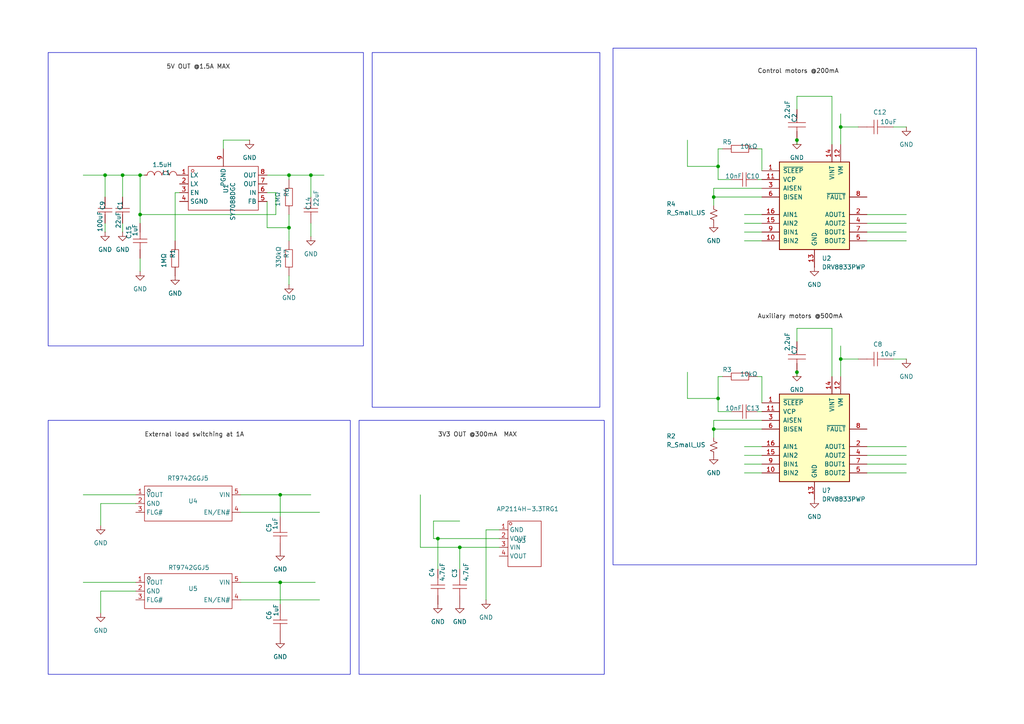
<source format=kicad_sch>
(kicad_sch (version 20250114) (generator "eeschema") (generator_version "9.0")
  (paper "A4")
  (lib_symbols
    (symbol "Component Importer-altium-import:root_0_0603WAF1002T5E_" (pin_numbers (hide yes)) (pin_names (hide yes))
      (symbol "root_0_0603WAF1002T5E__1_0"
        (pin passive line (at -5.08 0 0) (length 2.54) (name "1") (number "1"))
        (pin passive line (at 5.08 0 180) (length 2.54) (name "2") (number "2"))
      )
    )
    (symbol "Component Importer-altium-import:root_0_0603WAF3303T5E_" (pin_numbers (hide yes)) (pin_names (hide yes))
      (symbol "root_0_0603WAF3303T5E__1_0"
        (pin passive line (at -5.08 0 0) (length 2.54) (name "1") (number "1"))
        (pin passive line (at 5.08 0 180) (length 2.54) (name "2") (number "2"))
      )
    )
    (symbol "Component Importer-altium-import:root_0_0805W8F1004T5E_" (pin_numbers (hide yes)) (pin_names (hide yes))
      (symbol "root_0_0805W8F1004T5E__1_0"
        (pin passive line (at -5.08 0 0) (length 2.54) (name "1") (number "1"))
        (pin passive line (at 5.08 0 180) (length 2.54) (name "2") (number "2"))
      )
    )
    (symbol "Component Importer-altium-import:root_0_AP2114H-3.3TRG1_"
      (symbol "root_0_AP2114H-3.3TRG1__1_0"
        (pin passive line (at -5.08 3.81 0) (length 2.54) (name "GND") (number "1"))
        (pin passive line (at -5.08 1.27 0) (length 2.54) (name "VOUT") (number "2"))
        (pin passive line (at -5.08 -1.27 0) (length 2.54) (name "VIN") (number "3"))
        (pin passive line (at -5.08 -3.81 0) (length 2.54) (name "VOUT") (number "4"))
      )
    )
    (symbol "Component Importer-altium-import:root_0_CL05A225MQ5NSNC_" (pin_numbers (hide yes)) (pin_names (hide yes))
      (symbol "root_0_CL05A225MQ5NSNC__1_0"
        (pin passive line (at -5.08 0 0) (length 2.54) (name "1") (number "1"))
        (pin passive line (at 3.81 0 180) (length 2.54) (name "2") (number "2"))
      )
    )
    (symbol "Component Importer-altium-import:root_0_CL05B103KB5NNNC_" (pin_numbers (hide yes)) (pin_names (hide yes))
      (symbol "root_0_CL05B103KB5NNNC__1_0"
        (pin passive line (at -3.81 0 0) (length 2.54) (name "1") (number "1"))
        (pin passive line (at 3.81 0 180) (length 2.54) (name "2") (number "2"))
      )
    )
    (symbol "Component Importer-altium-import:root_0_CL10A105KB8NNNC_" (pin_numbers (hide yes)) (pin_names (hide yes))
      (symbol "root_0_CL10A105KB8NNNC__1_0"
        (pin passive line (at -5.08 0 0) (length 2.54) (name "1") (number "1"))
        (pin passive line (at 5.08 0 180) (length 2.54) (name "2") (number "2"))
      )
    )
    (symbol "Component Importer-altium-import:root_0_CL10A475KO8NNNC_" (pin_numbers (hide yes)) (pin_names (hide yes))
      (symbol "root_0_CL10A475KO8NNNC__1_0"
        (pin passive line (at -5.08 0 0) (length 2.54) (name "1") (number "1"))
        (pin passive line (at 5.08 0 180) (length 2.54) (name "2") (number "2"))
      )
    )
    (symbol "Component Importer-altium-import:root_0_CL21A106KAYNNNE_C15850_" (pin_numbers (hide yes)) (pin_names (hide yes))
      (symbol "root_0_CL21A106KAYNNNE_C15850__1_0"
        (pin passive line (at -5.08 0 0) (length 2.54) (name "1") (number "1"))
        (pin passive line (at 5.08 0 180) (length 2.54) (name "2") (number "2"))
      )
    )
    (symbol "Component Importer-altium-import:root_0_CL31A107MQHNNNE_" (pin_numbers (hide yes)) (pin_names (hide yes))
      (symbol "root_0_CL31A107MQHNNNE__1_0"
        (pin passive line (at -3.81 0 0) (length 2.54) (name "1") (number "1"))
        (pin passive line (at 3.81 0 180) (length 2.54) (name "2") (number "2"))
      )
    )
    (symbol "Component Importer-altium-import:root_0_CL31A226KAHNNNE_" (pin_numbers (hide yes)) (pin_names (hide yes))
      (symbol "root_0_CL31A226KAHNNNE__1_0"
        (pin passive line (at -3.81 0 0) (length 2.54) (name "1") (number "1"))
        (pin passive line (at 3.81 0 180) (length 2.54) (name "2") (number "2"))
      )
    )
    (symbol "Component Importer-altium-import:root_0_RT9742GGJ5_"
      (symbol "root_0_RT9742GGJ5__1_0"
        (pin passive line (at -15.24 2.54 0) (length 2.54) (name "VOUT") (number "1"))
        (pin passive line (at -15.24 0 0) (length 2.54) (name "GND") (number "2"))
        (pin passive line (at -15.24 -2.54 0) (length 2.54) (name "FLG#") (number "3"))
        (pin passive line (at 15.24 2.54 180) (length 2.54) (name "VIN") (number "5"))
        (pin passive line (at 15.24 -2.54 180) (length 2.54) (name "EN/EN#") (number "4"))
      )
    )
    (symbol "Component Importer-altium-import:root_0_SWPA4020S1R5NT_" (pin_numbers (hide yes)) (pin_names (hide yes))
      (symbol "root_0_SWPA4020S1R5NT__1_0"
        (pin passive line (at -5.08 0.001 0) (length 0.762) (name "1") (number "1"))
        (pin passive line (at 5.08 0.001 180) (length 0.762) (name "2") (number "2"))
      )
    )
    (symbol "Component Importer-altium-import:root_0_SY7088DGC_"
      (symbol "root_0_SY7088DGC__1_0"
        (pin passive line (at -10.16 0 0) (length 5.08) (name "PGND") (number "9"))
        (pin passive line (at -2.54 12.7 270) (length 2.54) (name "OUT") (number "8"))
        (pin passive line (at -2.54 -12.7 90) (length 2.54) (name "LX") (number "1"))
        (pin passive line (at 0 12.7 270) (length 2.54) (name "OUT") (number "7"))
        (pin passive line (at 0 -12.7 90) (length 2.54) (name "LX") (number "2"))
        (pin passive line (at 2.54 12.7 270) (length 2.54) (name "IN") (number "6"))
        (pin passive line (at 2.54 -12.7 90) (length 2.54) (name "EN") (number "3"))
        (pin passive line (at 5.08 12.7 270) (length 2.54) (name "FB") (number "5"))
        (pin passive line (at 5.08 -12.7 90) (length 2.54) (name "SGND") (number "4"))
      )
    )
    (symbol "Device:R_Small_US" (pin_numbers (hide yes)) (pin_names (offset 0.254) (hide yes))
      (property "Reference" "R" (at 0.762 0.508 0))
      (property "Value" "R_Small_US" (at 0.762 -1.016 0))
      (symbol "R_Small_US_1_1"
        (pin passive line (at 0 2.54 270) (length 1.016) (name "~") (number "1"))
        (pin passive line (at 0 -2.54 90) (length 1.016) (name "~") (number "2"))
      )
    )
    (symbol "Driver_Motor:DRV8833PWP" (pin_names (offset 1.016))
      (property "Reference" "U" (at -3.81 16.51 0))
      (property "Value" "DRV8833PWP" (at -3.81 13.97 0))
      (symbol "DRV8833PWP_1_1"
        (pin input line (at -15.24 10.16 0) (length 5.08) (name "~{SLEEP}") (number "1"))
        (pin bidirectional line (at -15.24 7.62 0) (length 5.08) (name "VCP") (number "11"))
        (pin bidirectional line (at -15.24 5.08 0) (length 5.08) (name "AISEN") (number "3"))
        (pin bidirectional line (at -15.24 2.54 0) (length 5.08) (name "BISEN") (number "6"))
        (pin input line (at -15.24 -2.54 0) (length 5.08) (name "AIN1") (number "16"))
        (pin input line (at -15.24 -5.08 0) (length 5.08) (name "AIN2") (number "15"))
        (pin input line (at -15.24 -7.62 0) (length 5.08) (name "BIN1") (number "9"))
        (pin input line (at -15.24 -10.16 0) (length 5.08) (name "BIN2") (number "10"))
        (pin power_in line (at 0 -17.78 90) (length 5.08) (name "GND") (number "13"))
        (pin passive line (at 0 -17.78 90) (length 5.08) (hide yes) (name "GND") (number "17"))
        (pin power_in line (at 5.08 17.78 270) (length 5.08) (name "VINT") (number "14"))
        (pin power_in line (at 7.62 17.78 270) (length 5.08) (name "VM") (number "12"))
        (pin open_collector line (at 15.24 2.54 180) (length 5.08) (name "~{FAULT}") (number "8"))
        (pin power_out line (at 15.24 -2.54 180) (length 5.08) (name "AOUT1") (number "2"))
        (pin power_out line (at 15.24 -5.08 180) (length 5.08) (name "AOUT2") (number "4"))
        (pin power_out line (at 15.24 -7.62 180) (length 5.08) (name "BOUT1") (number "7"))
        (pin power_out line (at 15.24 -10.16 180) (length 5.08) (name "BOUT2") (number "5"))
      )
    )
    (symbol "power:GND" (power) (pin_numbers (hide yes)) (pin_names (offset 0) (hide yes))
      (property "Value" "GND" (at 0 -3.81 0))
      (symbol "GND_1_1"
        (pin power_in line (at 0 0 270) (length 0) (name "~") (number "1"))
      )
    )
  )
  (rectangle (start 107.95 15.24) (end 173.99 118.11))
  (rectangle (start 104.14 121.92) (end 175.26 195.58))
  (rectangle (start 177.8 13.97) (end 283.21 163.83))
  (rectangle (start 13.97 15.24) (end 105.41 100.33))
  (rectangle (start 13.97 121.92) (end 101.6 195.58))
  (junction (at 208.28 48.26))
  (junction (at 40.64 50.8))
  (junction (at 81.28 143.51))
  (junction (at 127 156.21))
  (junction (at 243.84 104.14))
  (junction (at 35.56 50.8))
  (junction (at 231.14 107.95))
  (junction (at 40.64 62.23))
  (junction (at 243.84 36.83))
  (junction (at 133.35 158.75))
  (junction (at 83.82 50.8))
  (junction (at 83.82 66.04))
  (junction (at 90.17 50.8))
  (junction (at 81.28 168.91))
  (junction (at 208.28 115.57))
  (junction (at 207.01 57.15))
  (junction (at 30.48 50.8))
  (junction (at 231.14 40.64))
  (junction (at 207.01 124.46))
  (wire (pts (xy 35.56 50.8) (xy 35.56 57.15)))
  (wire (pts (xy 140.97 153.67) (xy 140.97 173.99)))
  (wire (pts (xy 121.92 158.75) (xy 133.35 158.75)))
  (wire (pts (xy 125.73 151.13) (xy 133.35 151.13)))
  (wire (pts (xy 30.48 50.8) (xy 35.56 50.8)))
  (wire (pts (xy 251.46 137.16) (xy 262.89 137.16)))
  (wire (pts (xy 39.37 171.45) (xy 29.21 171.45)))
  (wire (pts (xy 207.01 124.46) (xy 207.01 127)))
  (wire (pts (xy 77.47 55.88) (xy 80.01 55.88)))
  (wire (pts (xy 121.92 143.51) (xy 121.92 158.75)))
  (wire (pts (xy 199.39 48.26) (xy 199.39 40.64)))
  (wire (pts (xy 83.82 66.04) (xy 83.82 69.85)))
  (wire (pts (xy 220.98 129.54) (xy 215.9 129.54)))
  (wire (pts (xy 208.28 52.07) (xy 208.28 48.26)))
  (wire (pts (xy 30.48 67.31) (xy 30.48 64.77)))
  (wire (pts (xy 133.35 158.75) (xy 133.35 165.1)))
  (wire (pts (xy 39.37 146.05) (xy 29.21 146.05)))
  (wire (pts (xy 29.21 146.05) (xy 29.21 152.4)))
  (wire (pts (xy 77.47 50.8) (xy 83.82 50.8)))
  (wire (pts (xy 125.73 156.21) (xy 125.73 151.13)))
  (wire (pts (xy 262.89 104.14) (xy 259.08 104.14)))
  (wire (pts (xy 69.85 148.59) (xy 92.71 148.59)))
  (wire (pts (xy 251.46 69.85) (xy 262.89 69.85)))
  (wire (pts (xy 215.9 67.31) (xy 220.98 67.31)))
  (wire (pts (xy 207.01 121.92) (xy 207.01 124.46)))
  (wire (pts (xy 208.28 109.22) (xy 209.55 109.22)))
  (wire (pts (xy 215.9 134.62) (xy 220.98 134.62)))
  (wire (pts (xy 208.28 115.57) (xy 199.39 115.57)))
  (wire (pts (xy 251.46 129.54) (xy 262.89 129.54)))
  (wire (pts (xy 83.82 50.8) (xy 83.82 52.07)))
  (wire (pts (xy 243.84 33.02) (xy 243.84 36.83)))
  (wire (pts (xy 220.98 54.61) (xy 207.01 54.61)))
  (wire (pts (xy 40.64 50.8) (xy 41.91 50.8)))
  (wire (pts (xy 35.56 67.31) (xy 35.56 64.77)))
  (wire (pts (xy 208.28 119.38) (xy 208.28 115.57)))
  (wire (pts (xy 80.01 55.88) (xy 80.01 62.23)))
  (wire (pts (xy 81.28 168.91) (xy 91.44 168.91)))
  (wire (pts (xy 215.9 132.08) (xy 220.98 132.08)))
  (wire (pts (xy 262.89 36.83) (xy 259.08 36.83)))
  (wire (pts (xy 83.82 50.8) (xy 90.17 50.8)))
  (wire (pts (xy 215.9 137.16) (xy 220.98 137.16)))
  (wire (pts (xy 90.17 50.8) (xy 93.98 50.8)))
  (wire (pts (xy 127 156.21) (xy 127 165.1)))
  (wire (pts (xy 212.09 52.07) (xy 208.28 52.07)))
  (wire (pts (xy 231.14 40.64) (xy 231.14 41.91)))
  (wire (pts (xy 81.28 143.51) (xy 90.17 143.51)))
  (wire (pts (xy 243.84 36.83) (xy 248.92 36.83)))
  (wire (pts (xy 64.77 40.64) (xy 72.39 40.64)))
  (wire (pts (xy 40.64 50.8) (xy 40.64 62.23)))
  (wire (pts (xy 220.98 109.22) (xy 220.98 116.84)))
  (wire (pts (xy 219.71 119.38) (xy 220.98 119.38)))
  (wire (pts (xy 215.9 64.77) (xy 220.98 64.77)))
  (wire (pts (xy 83.82 62.23) (xy 83.82 66.04)))
  (wire (pts (xy 90.17 64.77) (xy 90.17 68.58)))
  (wire (pts (xy 208.28 43.18) (xy 208.28 48.26)))
  (wire (pts (xy 212.09 119.38) (xy 208.28 119.38)))
  (wire (pts (xy 133.35 158.75) (xy 144.78 158.75)))
  (wire (pts (xy 251.46 62.23) (xy 262.89 62.23)))
  (wire (pts (xy 90.17 50.8) (xy 90.17 57.15)))
  (wire (pts (xy 127 156.21) (xy 125.73 156.21)))
  (wire (pts (xy 215.9 69.85) (xy 220.98 69.85)))
  (wire (pts (xy 220.98 121.92) (xy 207.01 121.92)))
  (wire (pts (xy 30.48 50.8) (xy 30.48 57.15)))
  (wire (pts (xy 219.71 109.22) (xy 220.98 109.22)))
  (wire (pts (xy 77.47 66.04) (xy 83.82 66.04)))
  (wire (pts (xy 64.77 43.18) (xy 64.77 40.64)))
  (wire (pts (xy 69.85 173.99) (xy 92.71 173.99)))
  (wire (pts (xy 243.84 104.14) (xy 248.92 104.14)))
  (wire (pts (xy 24.13 50.8) (xy 30.48 50.8)))
  (wire (pts (xy 40.64 78.74) (xy 40.64 74.93)))
  (wire (pts (xy 24.13 143.51) (xy 39.37 143.51)))
  (wire (pts (xy 241.3 109.22) (xy 241.3 95.25)))
  (wire (pts (xy 69.85 143.51) (xy 81.28 143.51)))
  (wire (pts (xy 251.46 67.31) (xy 262.89 67.31)))
  (wire (pts (xy 208.28 109.22) (xy 208.28 115.57)))
  (wire (pts (xy 231.14 107.95) (xy 231.14 109.22)))
  (wire (pts (xy 220.98 43.18) (xy 220.98 49.53)))
  (wire (pts (xy 127 156.21) (xy 144.78 156.21)))
  (wire (pts (xy 241.3 95.25) (xy 231.14 95.25)))
  (wire (pts (xy 209.55 43.18) (xy 208.28 43.18)))
  (wire (pts (xy 207.01 54.61) (xy 207.01 57.15)))
  (wire (pts (xy 50.8 55.88) (xy 50.8 69.85)))
  (wire (pts (xy 40.64 62.23) (xy 40.64 64.77)))
  (wire (pts (xy 29.21 171.45) (xy 29.21 177.8)))
  (wire (pts (xy 35.56 50.8) (xy 40.64 50.8)))
  (wire (pts (xy 207.01 57.15) (xy 220.98 57.15)))
  (wire (pts (xy 243.84 104.14) (xy 243.84 109.22)))
  (wire (pts (xy 77.47 66.04) (xy 77.47 58.42)))
  (wire (pts (xy 52.07 55.88) (xy 50.8 55.88)))
  (wire (pts (xy 24.13 168.91) (xy 39.37 168.91)))
  (wire (pts (xy 251.46 134.62) (xy 262.89 134.62)))
  (wire (pts (xy 207.01 124.46) (xy 220.98 124.46)))
  (wire (pts (xy 199.39 115.57) (xy 199.39 107.95)))
  (wire (pts (xy 231.14 95.25) (xy 231.14 99.06)))
  (wire (pts (xy 80.01 62.23) (xy 40.64 62.23)))
  (wire (pts (xy 241.3 27.94) (xy 231.14 27.94)))
  (wire (pts (xy 208.28 48.26) (xy 199.39 48.26)))
  (wire (pts (xy 220.98 62.23) (xy 215.9 62.23)))
  (wire (pts (xy 231.14 27.94) (xy 231.14 31.75)))
  (wire (pts (xy 251.46 64.77) (xy 262.89 64.77)))
  (wire (pts (xy 243.84 100.33) (xy 243.84 104.14)))
  (wire (pts (xy 219.71 43.18) (xy 220.98 43.18)))
  (wire (pts (xy 251.46 132.08) (xy 262.89 132.08)))
  (wire (pts (xy 219.71 52.07) (xy 220.98 52.07)))
  (wire (pts (xy 243.84 36.83) (xy 243.84 41.91)))
  (wire (pts (xy 81.28 143.51) (xy 81.28 149.86)))
  (wire (pts (xy 241.3 41.91) (xy 241.3 27.94)))
  (wire (pts (xy 207.01 57.15) (xy 207.01 59.69)))
  (wire (pts (xy 83.82 82.55) (xy 83.82 80.01)))
  (wire (pts (xy 81.28 168.91) (xy 81.28 175.26)))
  (wire (pts (xy 144.78 153.67) (xy 140.97 153.67)))
  (wire (pts (xy 69.85 168.91) (xy 81.28 168.91)))
  (label "3V3 OUT @300mA  MAX" (at 127 127 0))
  (label "Control motors @200mA" (at 219.71 21.59 0))
  (label "5V OUT @1.5A MAX" (at 48.26 20.32 0))
  (label "Auxiliary motors @500mA" (at 219.71 92.71 0))
  (label "External load switching at 1A" (at 41.91 127 0))
  (symbol (lib_id "Component Importer-altium-import:root_0_CL21A106KAYNNNE_C15850_") (at 254 36.83 0) (unit 1)
    (property "Reference" "C12" (at 253.238 33.274 0) (effects (justify left bottom)))
    (property "Value" "10uF" (at 255.27 36.068 0) (effects (justify left bottom)))
    (property "Footprint" "C0805" (effects (hide yes)))
    (property "SYMBOL" "CL21A106KAYNNNE" (effects (hide yes)))
    (property "DEVICE" "CL21A106KAYNNNE_C15850" (effects (hide yes)))
    (property "LCSC PART NAME" "10uF ±10% 25V" (effects (hide yes)))
    (property "SUPPLIER PART" "C15850" (effects (hide yes)))
    (property "MANUFACTURER" "SAMSUNG(三星)" (effects (hide yes)))
    (property "MANUFACTURER PART" "CL21A106KAYNNNE" (effects (hide yes)))
    (property "SUPPLIER FOOTPRINT" "0805" (effects (hide yes)))
    (property "JLCPCB PART CLASS" "Basic Part" (effects (hide yes)))
    (property "DATASHEET" "https://atta.szlcsc.com/upload/public/pdf/source/20160218/1457707763339.pdf" (effects (hide yes)))
    (property "SUPPLIER" "LCSC" (effects (hide yes)))
    (property "ADD INTO BOM" "yes" (effects (hide yes)))
    (property "CONVERT TO PCB" "yes" (effects (hide yes)))
    (property "ALTIUM_VALUE" "10uF" (effects (hide yes)))
    (property "TOLERANCE" "±10%" (effects (hide yes)))
  )
  (symbol (lib_id "Component Importer-altium-import:root_0_RT9742GGJ5_") (at 54.61 146.05 0) (unit 1)
    (property "Reference" "U4" (at 54.61 146.05 0) (effects (justify left bottom)))
    (property "Value" "RT9742GGJ5" (at 48.514 139.446 0) (effects (justify left bottom)))
    (property "Footprint" "TSOT-23-5_L2.9-W1.6-P0.95-LS2.8-BR" (effects (hide yes)))
    (property "SYMBOL" "RT9742GGJ5" (effects (hide yes)))
    (property "DEVICE" "RT9742GGJ5" (effects (hide yes)))
    (property "LCSC PART NAME" "RT9742GGJ5" (effects (hide yes)))
    (property "SUPPLIER PART" "C250547" (effects (hide yes)))
    (property "MANUFACTURER" "RICHTEK(立锜)" (effects (hide yes)))
    (property "MANUFACTURER PART" "RT9742GGJ5" (effects (hide yes)))
    (property "SUPPLIER FOOTPRINT" "TSOT-23-5" (effects (hide yes)))
    (property "JLCPCB PART CLASS" "Extended Part" (effects (hide yes)))
    (property "DATASHEET" "https://atta.szlcsc.com/upload/public/pdf/source/20180814/C250547_E58B04562B5F7112C93017421383FC36.pdf" (effects (hide yes)))
    (property "SUPPLIER" "LCSC" (effects (hide yes)))
    (property "ADD INTO BOM" "yes" (effects (hide yes)))
    (property "CONVERT TO PCB" "yes" (effects (hide yes)))
    (property "NUMBER OF OUTPUTS" "1" (effects (hide yes)))
    (property "OUTPUT CURRENT" "1A" (effects (hide yes)))
    (property "INPUT VOLTAGE" "2.7V~6V" (effects (hide yes)))
    (property "RESISTOR ON-STATE" "70mΩ" (effects (hide yes)))
    (property "OPERATING TEMPERATURE	-" "-40℃~+85℃" (effects (hide yes)))
  )
  (symbol (lib_id "Component Importer-altium-import:root_0_RT9742GGJ5_") (at 54.61 171.45 0) (unit 1)
    (property "Reference" "U5" (at 54.61 171.45 0) (effects (justify left bottom)))
    (property "Value" "RT9742GGJ5" (at 48.768 165.354 0) (effects (justify left bottom)))
    (property "Footprint" "TSOT-23-5_L2.9-W1.6-P0.95-LS2.8-BR" (effects (hide yes)))
    (property "SYMBOL" "RT9742GGJ5" (effects (hide yes)))
    (property "DEVICE" "RT9742GGJ5" (effects (hide yes)))
    (property "LCSC PART NAME" "RT9742GGJ5" (effects (hide yes)))
    (property "SUPPLIER PART" "C250547" (effects (hide yes)))
    (property "MANUFACTURER" "RICHTEK(立锜)" (effects (hide yes)))
    (property "MANUFACTURER PART" "RT9742GGJ5" (effects (hide yes)))
    (property "SUPPLIER FOOTPRINT" "TSOT-23-5" (effects (hide yes)))
    (property "JLCPCB PART CLASS" "Extended Part" (effects (hide yes)))
    (property "DATASHEET" "https://atta.szlcsc.com/upload/public/pdf/source/20180814/C250547_E58B04562B5F7112C93017421383FC36.pdf" (effects (hide yes)))
    (property "SUPPLIER" "LCSC" (effects (hide yes)))
    (property "ADD INTO BOM" "yes" (effects (hide yes)))
    (property "CONVERT TO PCB" "yes" (effects (hide yes)))
    (property "NUMBER OF OUTPUTS" "1" (effects (hide yes)))
    (property "OUTPUT CURRENT" "1A" (effects (hide yes)))
    (property "INPUT VOLTAGE" "2.7V~6V" (effects (hide yes)))
    (property "RESISTOR ON-STATE" "70mΩ" (effects (hide yes)))
    (property "OPERATING TEMPERATURE	-" "-40℃~+85℃" (effects (hide yes)))
  )
  (symbol (lib_id "Component Importer-altium-import:root_0_CL10A105KB8NNNC_") (at 40.64 69.85 90) (unit 1)
    (property "Reference" "C15" (at 38.1 69.342 0) (effects (justify left bottom)))
    (property "Value" "1uF" (at 39.878 68.58 0) (effects (justify left bottom)))
    (property "Footprint" "C0603" (effects (hide yes)))
    (property "SYMBOL" "CL10A105KB8NNNC" (effects (hide yes)))
    (property "DEVICE" "CL10A105KB8NNNC" (effects (hide yes)))
    (property "LCSC PART NAME" "1uF ±10% 50V" (effects (hide yes)))
    (property "SUPPLIER PART" "C15849" (effects (hide yes)))
    (property "MANUFACTURER" "SAMSUNG(三星)" (effects (hide yes)))
    (property "MANUFACTURER PART" "CL10A105KB8NNNC" (effects (hide yes)))
    (property "SUPPLIER FOOTPRINT" "0603" (effects (hide yes)))
    (property "JLCPCB PART CLASS" "Basic Part" (effects (hide yes)))
    (property "DATASHEET" "https://atta.szlcsc.com/upload/public/pdf/source/20160218/1457707763339.pdf" (effects (hide yes)))
    (property "SUPPLIER" "LCSC" (effects (hide yes)))
    (property "ADD INTO BOM" "yes" (effects (hide yes)))
    (property "CONVERT TO PCB" "yes" (effects (hide yes)))
    (property "ALTIUM_VALUE" "1uF" (effects (hide yes)))
    (property "TOLERANCE" "±10%" (effects (hide yes)))
  )
  (symbol (lib_id "Component Importer-altium-import:root_0_SWPA4020S1R5NT_") (at 46.99 50.8 0) (unit 1)
    (property "Reference" "L1" (at 46.99 50.8 0) (effects (justify left bottom)))
    (property "Value" "1.5uH" (at 44.196 48.514 0) (effects (justify left bottom)))
    (property "Footprint" "IND-SMD_L4.0-W4.0" (effects (hide yes)))
    (property "SYMBOL" "SWPA4020S1R5NT" (effects (hide yes)))
    (property "DEVICE" "SWPA4020S1R5NT" (effects (hide yes)))
    (property "LCSC PART NAME" "1.5uH ±30% 4.45A" (effects (hide yes)))
    (property "SUPPLIER PART" "C42099" (effects (hide yes)))
    (property "MANUFACTURER" "Sunlord(顺络)" (effects (hide yes)))
    (property "MANUFACTURER PART" "SWPA4020S1R5NT" (effects (hide yes)))
    (property "SUPPLIER FOOTPRINT" "SMD,4x4mm" (effects (hide yes)))
    (property "JLCPCB PART CLASS" "Extended Part" (effects (hide yes)))
    (property "DATASHEET" "https://atta.szlcsc.com/upload/public/pdf/source/20231024/317626D2AA2F8AB4113C1875E432E6E1.pdf" (effects (hide yes)))
    (property "SUPPLIER" "LCSC" (effects (hide yes)))
    (property "ADD INTO BOM" "yes" (effects (hide yes)))
    (property "CONVERT TO PCB" "yes" (effects (hide yes)))
    (property "ALTIUM_VALUE" "1.5uH" (effects (hide yes)))
    (property "TOLERANCE" "±30%" (effects (hide yes)))
    (property "CURRENT - SATURATION(ISAT)" "4.45A" (effects (hide yes)))
    (property "TYPE" "-" (effects (hide yes)))
    (property "RATINGS" "-" (effects (hide yes)))
  )
  (symbol (lib_id "Component Importer-altium-import:root_0_CL31A107MQHNNNE_") (at 30.48 60.96 90) (unit 1)
    (property "Reference" "C9" (at 30.48 60.96 0) (effects (justify left bottom)))
    (property "Value" "100uF" (at 29.718 67.31 0) (effects (justify left bottom)))
    (property "Footprint" "C1206" (effects (hide yes)))
    (property "SYMBOL" "CL31A107MQHNNNE" (effects (hide yes)))
    (property "DEVICE" "CL31A107MQHNNNE" (effects (hide yes)))
    (property "LCSC PART NAME" "100uF ±20% 6.3V" (effects (hide yes)))
    (property "SUPPLIER PART" "C15008" (effects (hide yes)))
    (property "MANUFACTURER" "SAMSUNG(三星)" (effects (hide yes)))
    (property "MANUFACTURER PART" "CL31A107MQHNNNE" (effects (hide yes)))
    (property "SUPPLIER FOOTPRINT" "1206" (effects (hide yes)))
    (property "JLCPCB PART CLASS" "Basic Part" (effects (hide yes)))
    (property "DATASHEET" "https://atta.szlcsc.com/upload/public/pdf/source/20160218/1457707763339.pdf" (effects (hide yes)))
    (property "SUPPLIER" "LCSC" (effects (hide yes)))
    (property "ADD INTO BOM" "yes" (effects (hide yes)))
    (property "CONVERT TO PCB" "yes" (effects (hide yes)))
    (property "ALTIUM_VALUE" "100uF" (effects (hide yes)))
    (property "TOLERANCE" "±20%" (effects (hide yes)))
  )
  (symbol (lib_id "power:GND") (at 81.28 160.02 0) (unit 1)
    (property "Reference" "#PWR014" (effects (hide yes)))
    (property "Value" "GND" (at 81.28 165.1 0))
    (property "Description" "Power symbol creates a global label with name \"GND\" , ground" (effects (hide yes)))
  )
  (symbol (lib_id "Device:R_Small_US") (at 207.01 62.23 0) (unit 1)
    (property "Reference" "R4" (at 193.294 59.182 0) (effects (justify left)))
    (property "Value" "R_Small_US" (at 193.294 61.722 0) (effects (justify left)))
    (property "Description" "Resistor, small US symbol" (effects (hide yes)))
  )
  (symbol (lib_id "Driver_Motor:DRV8833PWP") (at 236.22 127 0) (unit 1)
    (property "Reference" "U?" (at 238.3633 142.24 0) (effects (justify left)))
    (property "Value" "DRV8833PWP" (at 238.3633 144.78 0) (effects (justify left)))
    (property "Footprint" "Package_SO:HTSSOP-16-1EP_4.4x5mm_P0.65mm_EP3.4x5mm_Mask2.46x2.31mm_ThermalVias" (effects (hide yes)))
    (property "Datasheet" "http://www.ti.com/lit/ds/symlink/drv8833.pdf" (effects (hide yes)))
    (property "Description" "Dual H-Bridge Motor Driver, HTSSOP-16" (effects (hide yes)))
  )
  (symbol (lib_id "Component Importer-altium-import:root_0_AP2114H-3.3TRG1_") (at 149.86 157.48 0) (unit 1)
    (property "Reference" "U3" (at 149.86 157.48 0) (effects (justify left bottom)))
    (property "Value" "AP2114H-3.3TRG1" (at 144.018 148.336 0) (effects (justify left bottom)))
    (property "Footprint" "SOT-223_L6.7-W3.5-P2.30-BR" (effects (hide yes)))
    (property "SYMBOL" "AP2114H-3.3TRG1" (effects (hide yes)))
    (property "DEVICE" "AP2114H-3.3TRG1" (effects (hide yes)))
    (property "LCSC PART NAME" "输入6V 输出3.3V 1A" (effects (hide yes)))
    (property "SUPPLIER PART" "C150716" (effects (hide yes)))
    (property "MANUFACTURER" "DIODES(美台)" (effects (hide yes)))
    (property "MANUFACTURER PART" "AP2114H-3.3TRG1" (effects (hide yes)))
    (property "SUPPLIER FOOTPRINT" "SOT-223" (effects (hide yes)))
    (property "JLCPCB PART CLASS" "Extended Part" (effects (hide yes)))
    (property "DATASHEET" "https://atta.szlcsc.com/upload/public/pdf/source/20191127/C460314_BDFFE6013A1DD1DFA0E1348A77A3F1D7.pdf" (effects (hide yes)))
    (property "SUPPLIER" "LCSC" (effects (hide yes)))
    (property "ADD INTO BOM" "yes" (effects (hide yes)))
    (property "CONVERT TO PCB" "yes" (effects (hide yes)))
    (property "MAXIMUM INPUT VOLTAGE" "6V" (effects (hide yes)))
    (property "OUTPUT VOLTAGE" "3.3V" (effects (hide yes)))
    (property "MAX OUTPUT CURRENT" "1A" (effects (hide yes)))
    (property "POWER SUPPLY REJECTION RATIO (PSRR)" "65dB@(100Hz,1kHz)" (effects (hide yes)))
    (property "DROPOUT VOLTAGE" "750mV@(1A)" (effects (hide yes)))
    (property "STANDBY CURRENT" "90uA" (effects (hide yes)))
    (property "OPERATING TEMPERATURE" "-40℃~+85℃" (effects (hide yes)))
    (property "OUTPUT POLARITY" "Positive electrode" (effects (hide yes)))
    (property "NUMBER OF OUTPUTS" "1" (effects (hide yes)))
  )
  (symbol (lib_id "Component Importer-altium-import:root_0_CL05B103KB5NNNC_") (at 215.9 52.07 0) (unit 1)
    (property "Reference" "C10" (at 216.408 51.816 0) (effects (justify left bottom)))
    (property "Value" "10nF" (at 210.312 51.816 0) (effects (justify left bottom)))
    (property "Footprint" "C0402" (effects (hide yes)))
    (property "SYMBOL" "CL05B103KB5NNNC" (effects (hide yes)))
    (property "DEVICE" "CL05B103KB5NNNC" (effects (hide yes)))
    (property "LCSC PART NAME" "10nF ±10% 50V" (effects (hide yes)))
    (property "SUPPLIER PART" "C15195" (effects (hide yes)))
    (property "MANUFACTURER" "SAMSUNG(三星)" (effects (hide yes)))
    (property "MANUFACTURER PART" "CL05B103KB5NNNC" (effects (hide yes)))
    (property "SUPPLIER FOOTPRINT" "0402" (effects (hide yes)))
    (property "JLCPCB PART CLASS" "Basic Part" (effects (hide yes)))
    (property "DATASHEET" "https://atta.szlcsc.com/upload/public/pdf/source/20160218/1457707763339.pdf" (effects (hide yes)))
    (property "SUPPLIER" "LCSC" (effects (hide yes)))
    (property "ADD INTO BOM" "yes" (effects (hide yes)))
    (property "CONVERT TO PCB" "yes" (effects (hide yes)))
    (property "ALTIUM_VALUE" "10nF" (effects (hide yes)))
    (property "TOLERANCE" "±10%" (effects (hide yes)))
  )
  (symbol (lib_id "power:GND") (at 262.89 36.83 0) (unit 1)
    (property "Reference" "#PWR023" (effects (hide yes)))
    (property "Value" "GND" (at 262.89 41.91 0))
    (property "Description" "Power symbol creates a global label with name \"GND\" , ground" (effects (hide yes)))
  )
  (symbol (lib_id "power:GND") (at 72.39 40.64 0) (unit 1)
    (property "Reference" "#PWR01" (effects (hide yes)))
    (property "Value" "GND" (at 72.39 45.72 0))
    (property "Description" "Power symbol creates a global label with name \"GND\" , ground" (effects (hide yes)))
  )
  (symbol (lib_id "Driver_Motor:DRV8833PWP") (at 236.22 59.69 0) (unit 1)
    (property "Reference" "U2" (at 238.3633 74.93 0) (effects (justify left)))
    (property "Value" "DRV8833PWP" (at 238.3633 77.47 0) (effects (justify left)))
    (property "Footprint" "Package_SO:HTSSOP-16-1EP_4.4x5mm_P0.65mm_EP3.4x5mm_Mask2.46x2.31mm_ThermalVias" (effects (hide yes)))
    (property "Datasheet" "http://www.ti.com/lit/ds/symlink/drv8833.pdf" (effects (hide yes)))
    (property "Description" "Dual H-Bridge Motor Driver, HTSSOP-16" (effects (hide yes)))
  )
  (symbol (lib_id "power:GND") (at 127 175.26 0) (unit 1)
    (property "Reference" "#PWR010" (effects (hide yes)))
    (property "Value" "GND" (at 127 180.34 0))
    (property "Description" "Power symbol creates a global label with name \"GND\" , ground" (effects (hide yes)))
  )
  (symbol (lib_id "Component Importer-altium-import:root_0_SY7088DGC_") (at 64.77 53.34 270) (unit 1)
    (property "Reference" "U1" (at 64.77 53.34 0) (effects (justify left bottom)))
    (property "Value" "SY7088DGC" (at 66.802 52.832 0) (effects (justify left bottom)))
    (property "Footprint" "DFN-8_L3.0-W2.0-P0.50-BL-EP" (effects (hide yes)))
    (property "SYMBOL" "SY7088DGC" (effects (hide yes)))
    (property "DEVICE" "SY7088DGC" (effects (hide yes)))
    (property "LCSC PART NAME" "高效同步升压调节器" (effects (hide yes)))
    (property "SUPPLIER PART" "C178240" (effects (hide yes)))
    (property "MANUFACTURER" "silergy(矽力杰)" (effects (hide yes)))
    (property "MANUFACTURER PART" "SY7088DGC" (effects (hide yes)))
    (property "SUPPLIER FOOTPRINT" "DFN-8-EP(2x3)" (effects (hide yes)))
    (property "JLCPCB PART CLASS" "Extended Part" (effects (hide yes)))
    (property "DATASHEET" "https://atta.szlcsc.com/upload/public/pdf/source/20240313/0D9309576D21A941D176FF0EC4A890DD.pdf" (effects (hide yes)))
    (property "SUPPLIER" "LCSC" (effects (hide yes)))
    (property "ADD INTO BOM" "yes" (effects (hide yes)))
    (property "CONVERT TO PCB" "yes" (effects (hide yes)))
    (property "FUNCTION" "-" (effects (hide yes)))
    (property "OUTPUT TYPE" "Adjustable" (effects (hide yes)))
    (property "INPUT VOLTAGE" "2.3V~5.25V" (effects (hide yes)))
    (property "OUTPUT VOLTAGE" "-" (effects (hide yes)))
    (property "OUTPUT CURRENT" "3A" (effects (hide yes)))
    (property "SWITCHING FREQUENCY" "1MHz" (effects (hide yes)))
    (property "OPERATING TEMPERATURE" "-40℃~+125℃" (effects (hide yes)))
    (property "SYNCHRONOUS RECTIFICATION" "Yes" (effects (hide yes)))
    (property "NUMBER OF OUTPUTS" "-" (effects (hide yes)))
    (property "TOPOLOGY" "Boost" (effects (hide yes)))
    (property "QUIESCENT CURRENT (IQ)" "30uA" (effects (hide yes)))
    (property "SWITCH TUBE (BUILT-IN/EXTERNAL)" "Built-in" (effects (hide yes)))
  )
  (symbol (lib_id "power:GND") (at 81.28 185.42 0) (unit 1)
    (property "Reference" "#PWR015" (effects (hide yes)))
    (property "Value" "GND" (at 81.28 190.5 0))
    (property "Description" "Power symbol creates a global label with name \"GND\" , ground" (effects (hide yes)))
  )
  (symbol (lib_id "power:GND") (at 29.21 152.4 0) (unit 1)
    (property "Reference" "#PWR013" (effects (hide yes)))
    (property "Value" "GND" (at 29.21 157.48 0))
    (property "Description" "Power symbol creates a global label with name \"GND\" , ground" (effects (hide yes)))
  )
  (symbol (lib_id "Component Importer-altium-import:root_0_CL10A105KB8NNNC_") (at 81.28 154.94 90) (unit 1)
    (property "Reference" "C5" (at 78.74 154.432 0) (effects (justify left bottom)))
    (property "Value" "1uF" (at 80.518 153.67 0) (effects (justify left bottom)))
    (property "Footprint" "C0603" (effects (hide yes)))
    (property "SYMBOL" "CL10A105KB8NNNC" (effects (hide yes)))
    (property "DEVICE" "CL10A105KB8NNNC" (effects (hide yes)))
    (property "LCSC PART NAME" "1uF ±10% 50V" (effects (hide yes)))
    (property "SUPPLIER PART" "C15849" (effects (hide yes)))
    (property "MANUFACTURER" "SAMSUNG(三星)" (effects (hide yes)))
    (property "MANUFACTURER PART" "CL10A105KB8NNNC" (effects (hide yes)))
    (property "SUPPLIER FOOTPRINT" "0603" (effects (hide yes)))
    (property "JLCPCB PART CLASS" "Basic Part" (effects (hide yes)))
    (property "DATASHEET" "https://atta.szlcsc.com/upload/public/pdf/source/20160218/1457707763339.pdf" (effects (hide yes)))
    (property "SUPPLIER" "LCSC" (effects (hide yes)))
    (property "ADD INTO BOM" "yes" (effects (hide yes)))
    (property "CONVERT TO PCB" "yes" (effects (hide yes)))
    (property "ALTIUM_VALUE" "1uF" (effects (hide yes)))
    (property "TOLERANCE" "±10%" (effects (hide yes)))
  )
  (symbol (lib_id "Component Importer-altium-import:root_0_0603WAF1002T5E_") (at 214.63 109.22 0) (unit 1)
    (property "Reference" "R3" (at 209.55 107.95 0) (effects (justify left bottom)))
    (property "Value" "10kΩ" (at 214.63 109.22 0) (effects (justify left bottom)))
    (property "Footprint" "R0603" (effects (hide yes)))
    (property "SYMBOL" "0603WAF1002T5E" (effects (hide yes)))
    (property "DEVICE" "0603WAF1002T5E" (effects (hide yes)))
    (property "LCSC PART NAME" "厚膜电阻 10kΩ ±1% 100mW" (effects (hide yes)))
    (property "SUPPLIER PART" "C25804" (effects (hide yes)))
    (property "MANUFACTURER" "UNI-ROYAL(厚声)" (effects (hide yes)))
    (property "MANUFACTURER PART" "0603WAF1002T5E" (effects (hide yes)))
    (property "SUPPLIER FOOTPRINT" "0603" (effects (hide yes)))
    (property "JLCPCB PART CLASS" "Basic Part" (effects (hide yes)))
    (property "DATASHEET" "https://atta.szlcsc.com/upload/public/pdf/source/20200306/C422600_1E6D84923E4A46A82E41ADD87F860B5C.pdf" (effects (hide yes)))
    (property "SUPPLIER" "LCSC" (effects (hide yes)))
    (property "ADD INTO BOM" "yes" (effects (hide yes)))
    (property "CONVERT TO PCB" "yes" (effects (hide yes)))
    (property "TYPE" "Thick Film Resistors" (effects (hide yes)))
    (property "ALTIUM_VALUE" "10kΩ" (effects (hide yes)))
    (property "TOLERANCE" "±1%" (effects (hide yes)))
    (property "TEMPERATURE COEFFICIENT" "±100ppm/℃" (effects (hide yes)))
    (property "OPERATING TEMPERATURE RANGE" "-55℃~+155℃" (effects (hide yes)))
  )
  (symbol (lib_id "power:GND") (at 207.01 132.08 0) (unit 1)
    (property "Reference" "#PWR018" (effects (hide yes)))
    (property "Value" "GND" (at 207.01 137.16 0))
    (property "Description" "Power symbol creates a global label with name \"GND\" , ground" (effects (hide yes)))
  )
  (symbol (lib_id "Component Importer-altium-import:root_0_CL31A226KAHNNNE_") (at 90.17 60.96 90) (unit 1)
    (property "Reference" "C14" (at 90.17 60.96 0) (effects (justify left bottom)))
    (property "Value" "22uF" (at 92.456 59.944 0) (effects (justify left bottom)))
    (property "Footprint" "C1206" (effects (hide yes)))
    (property "SYMBOL" "CL31A226KAHNNNE" (effects (hide yes)))
    (property "DEVICE" "CL31A226KAHNNNE" (effects (hide yes)))
    (property "LCSC PART NAME" "22uF ±10% 25V" (effects (hide yes)))
    (property "SUPPLIER PART" "C12891" (effects (hide yes)))
    (property "MANUFACTURER" "SAMSUNG(三星)" (effects (hide yes)))
    (property "MANUFACTURER PART" "CL31A226KAHNNNE" (effects (hide yes)))
    (property "SUPPLIER FOOTPRINT" "1206" (effects (hide yes)))
    (property "JLCPCB PART CLASS" "Basic Part" (effects (hide yes)))
    (property "DATASHEET" "https://atta.szlcsc.com/upload/public/pdf/source/20160218/1457707763339.pdf" (effects (hide yes)))
    (property "SUPPLIER" "LCSC" (effects (hide yes)))
    (property "ADD INTO BOM" "yes" (effects (hide yes)))
    (property "CONVERT TO PCB" "yes" (effects (hide yes)))
    (property "ALTIUM_VALUE" "22uF" (effects (hide yes)))
    (property "TOLERANCE" "±10%" (effects (hide yes)))
  )
  (symbol (lib_id "Component Importer-altium-import:root_0_0603WAF1002T5E_") (at 214.63 43.18 0) (unit 1)
    (property "Reference" "R5" (at 209.55 41.91 0) (effects (justify left bottom)))
    (property "Value" "10kΩ" (at 214.63 43.18 0) (effects (justify left bottom)))
    (property "Footprint" "R0603" (effects (hide yes)))
    (property "SYMBOL" "0603WAF1002T5E" (effects (hide yes)))
    (property "DEVICE" "0603WAF1002T5E" (effects (hide yes)))
    (property "LCSC PART NAME" "厚膜电阻 10kΩ ±1% 100mW" (effects (hide yes)))
    (property "SUPPLIER PART" "C25804" (effects (hide yes)))
    (property "MANUFACTURER" "UNI-ROYAL(厚声)" (effects (hide yes)))
    (property "MANUFACTURER PART" "0603WAF1002T5E" (effects (hide yes)))
    (property "SUPPLIER FOOTPRINT" "0603" (effects (hide yes)))
    (property "JLCPCB PART CLASS" "Basic Part" (effects (hide yes)))
    (property "DATASHEET" "https://atta.szlcsc.com/upload/public/pdf/source/20200306/C422600_1E6D84923E4A46A82E41ADD87F860B5C.pdf" (effects (hide yes)))
    (property "SUPPLIER" "LCSC" (effects (hide yes)))
    (property "ADD INTO BOM" "yes" (effects (hide yes)))
    (property "CONVERT TO PCB" "yes" (effects (hide yes)))
    (property "TYPE" "Thick Film Resistors" (effects (hide yes)))
    (property "ALTIUM_VALUE" "10kΩ" (effects (hide yes)))
    (property "TOLERANCE" "±1%" (effects (hide yes)))
    (property "TEMPERATURE COEFFICIENT" "±100ppm/℃" (effects (hide yes)))
    (property "OPERATING TEMPERATURE RANGE" "-55℃~+155℃" (effects (hide yes)))
  )
  (symbol (lib_id "Component Importer-altium-import:root_0_CL05B103KB5NNNC_") (at 215.9 119.38 0) (unit 1)
    (property "Reference" "C13" (at 216.408 119.126 0) (effects (justify left bottom)))
    (property "Value" "10nF" (at 210.312 119.126 0) (effects (justify left bottom)))
    (property "Footprint" "C0402" (effects (hide yes)))
    (property "SYMBOL" "CL05B103KB5NNNC" (effects (hide yes)))
    (property "DEVICE" "CL05B103KB5NNNC" (effects (hide yes)))
    (property "LCSC PART NAME" "10nF ±10% 50V" (effects (hide yes)))
    (property "SUPPLIER PART" "C15195" (effects (hide yes)))
    (property "MANUFACTURER" "SAMSUNG(三星)" (effects (hide yes)))
    (property "MANUFACTURER PART" "CL05B103KB5NNNC" (effects (hide yes)))
    (property "SUPPLIER FOOTPRINT" "0402" (effects (hide yes)))
    (property "JLCPCB PART CLASS" "Basic Part" (effects (hide yes)))
    (property "DATASHEET" "https://atta.szlcsc.com/upload/public/pdf/source/20160218/1457707763339.pdf" (effects (hide yes)))
    (property "SUPPLIER" "LCSC" (effects (hide yes)))
    (property "ADD INTO BOM" "yes" (effects (hide yes)))
    (property "CONVERT TO PCB" "yes" (effects (hide yes)))
    (property "ALTIUM_VALUE" "10nF" (effects (hide yes)))
    (property "TOLERANCE" "±10%" (effects (hide yes)))
  )
  (symbol (lib_id "power:GND") (at 50.8 80.01 0) (unit 1)
    (property "Reference" "#PWR08" (effects (hide yes)))
    (property "Value" "GND" (at 50.8 85.09 0))
    (property "Description" "Power symbol creates a global label with name \"GND\" , ground" (effects (hide yes)))
  )
  (symbol (lib_id "Component Importer-altium-import:root_0_0603WAF3303T5E_") (at 83.82 74.93 90) (unit 1)
    (property "Reference" "R7" (at 83.82 74.93 0) (effects (justify left bottom)))
    (property "Value" "330kΩ" (at 81.534 77.724 0) (effects (justify left bottom)))
    (property "Footprint" "R0603" (effects (hide yes)))
    (property "SYMBOL" "0603WAF3303T5E" (effects (hide yes)))
    (property "DEVICE" "0603WAF3303T5E" (effects (hide yes)))
    (property "LCSC PART NAME" "330kΩ ±1% 100mW 厚膜电阻" (effects (hide yes)))
    (property "SUPPLIER PART" "C23137" (effects (hide yes)))
    (property "MANUFACTURER" "UNI-ROYAL(厚声)" (effects (hide yes)))
    (property "MANUFACTURER PART" "0603WAF3303T5E" (effects (hide yes)))
    (property "SUPPLIER FOOTPRINT" "0603" (effects (hide yes)))
    (property "JLCPCB PART CLASS" "Basic Part" (effects (hide yes)))
    (property "DATASHEET" "https://atta.szlcsc.com/upload/public/pdf/source/20200306/C422600_1E6D84923E4A46A82E41ADD87F860B5C.pdf" (effects (hide yes)))
    (property "SUPPLIER" "LCSC" (effects (hide yes)))
    (property "ADD INTO BOM" "yes" (effects (hide yes)))
    (property "CONVERT TO PCB" "yes" (effects (hide yes)))
    (property "TYPE" "Thick Film Resistors" (effects (hide yes)))
    (property "ALTIUM_VALUE" "330kΩ" (effects (hide yes)))
    (property "TOLERANCE" "±1%" (effects (hide yes)))
    (property "TEMPERATURE COEFFICIENT" "±100ppm/℃" (effects (hide yes)))
    (property "OPERATING TEMPERATURE RANGE" "-55℃~+155℃" (effects (hide yes)))
  )
  (symbol (lib_id "Component Importer-altium-import:root_0_CL05A225MQ5NSNC_") (at 231.14 102.87 90) (unit 1)
    (property "Reference" "C7" (at 231.14 102.87 0) (effects (justify left bottom)))
    (property "Value" "2.2uF" (at 229.108 101.854 0) (effects (justify left bottom)))
    (property "Footprint" "C0402" (effects (hide yes)))
    (property "SYMBOL" "CL05A225MQ5NSNC" (effects (hide yes)))
    (property "DEVICE" "CL05A225MQ5NSNC" (effects (hide yes)))
    (property "LCSC PART NAME" "2.2uF ±20% 6.3V" (effects (hide yes)))
    (property "SUPPLIER PART" "C12530" (effects (hide yes)))
    (property "MANUFACTURER" "SAMSUNG(三星)" (effects (hide yes)))
    (property "MANUFACTURER PART" "CL05A225MQ5NSNC" (effects (hide yes)))
    (property "SUPPLIER FOOTPRINT" "0402" (effects (hide yes)))
    (property "JLCPCB PART CLASS" "Basic Part" (effects (hide yes)))
    (property "DATASHEET" "https://atta.szlcsc.com/upload/public/pdf/source/20160218/1457707763339.pdf" (effects (hide yes)))
    (property "SUPPLIER" "LCSC" (effects (hide yes)))
    (property "ADD INTO BOM" "yes" (effects (hide yes)))
    (property "CONVERT TO PCB" "yes" (effects (hide yes)))
    (property "ALTIUM_VALUE" "2.2uF" (effects (hide yes)))
    (property "TOLERANCE" "±20%" (effects (hide yes)))
  )
  (symbol (lib_id "Component Importer-altium-import:root_0_CL10A105KB8NNNC_") (at 81.28 180.34 90) (unit 1)
    (property "Reference" "C6" (at 78.74 179.832 0) (effects (justify left bottom)))
    (property "Value" "1uF" (at 80.772 178.816 0) (effects (justify left bottom)))
    (property "Footprint" "C0603" (effects (hide yes)))
    (property "SYMBOL" "CL10A105KB8NNNC" (effects (hide yes)))
    (property "DEVICE" "CL10A105KB8NNNC" (effects (hide yes)))
    (property "LCSC PART NAME" "1uF ±10% 50V" (effects (hide yes)))
    (property "SUPPLIER PART" "C15849" (effects (hide yes)))
    (property "MANUFACTURER" "SAMSUNG(三星)" (effects (hide yes)))
    (property "MANUFACTURER PART" "CL10A105KB8NNNC" (effects (hide yes)))
    (property "SUPPLIER FOOTPRINT" "0603" (effects (hide yes)))
    (property "JLCPCB PART CLASS" "Basic Part" (effects (hide yes)))
    (property "DATASHEET" "https://atta.szlcsc.com/upload/public/pdf/source/20160218/1457707763339.pdf" (effects (hide yes)))
    (property "SUPPLIER" "LCSC" (effects (hide yes)))
    (property "ADD INTO BOM" "yes" (effects (hide yes)))
    (property "CONVERT TO PCB" "yes" (effects (hide yes)))
    (property "ALTIUM_VALUE" "1uF" (effects (hide yes)))
    (property "TOLERANCE" "±10%" (effects (hide yes)))
  )
  (symbol (lib_id "Component Importer-altium-import:root_0_0805W8F1004T5E_") (at 50.8 74.93 90) (unit 1)
    (property "Reference" "R1" (at 50.8 74.93 0) (effects (justify left bottom)))
    (property "Value" "1MΩ" (at 48.26 77.724 0) (effects (justify left bottom)))
    (property "Footprint" "R0805" (effects (hide yes)))
    (property "SYMBOL" "0805W8F1004T5E" (effects (hide yes)))
    (property "DEVICE" "0805W8F1004T5E" (effects (hide yes)))
    (property "LCSC PART NAME" "1MΩ ±1% 125mW 厚膜电阻" (effects (hide yes)))
    (property "SUPPLIER PART" "C17514" (effects (hide yes)))
    (property "MANUFACTURER" "UNI-ROYAL(厚声)" (effects (hide yes)))
    (property "MANUFACTURER PART" "0805W8F1004T5E" (effects (hide yes)))
    (property "SUPPLIER FOOTPRINT" "0805" (effects (hide yes)))
    (property "JLCPCB PART CLASS" "Basic Part" (effects (hide yes)))
    (property "DATASHEET" "https://atta.szlcsc.com/upload/public/pdf/source/20200306/C422600_1E6D84923E4A46A82E41ADD87F860B5C.pdf" (effects (hide yes)))
    (property "SUPPLIER" "LCSC" (effects (hide yes)))
    (property "ADD INTO BOM" "yes" (effects (hide yes)))
    (property "CONVERT TO PCB" "yes" (effects (hide yes)))
    (property "TYPE" "Thick Film Resistors" (effects (hide yes)))
    (property "ALTIUM_VALUE" "1MΩ" (effects (hide yes)))
    (property "TOLERANCE" "±1%" (effects (hide yes)))
    (property "TEMPERATURE COEFFICIENT" "±100ppm/℃" (effects (hide yes)))
    (property "OPERATING TEMPERATURE RANGE" "-55℃~+155℃" (effects (hide yes)))
  )
  (symbol (lib_id "power:GND") (at 262.89 104.14 0) (unit 1)
    (property "Reference" "#PWR020" (effects (hide yes)))
    (property "Value" "GND" (at 262.89 109.22 0))
    (property "Description" "Power symbol creates a global label with name \"GND\" , ground" (effects (hide yes)))
  )
  (symbol (lib_id "power:GND") (at 231.14 107.95 0) (unit 1)
    (property "Reference" "#PWR019" (effects (hide yes)))
    (property "Value" "GND" (at 231.14 113.03 0))
    (property "Description" "Power symbol creates a global label with name \"GND\" , ground" (effects (hide yes)))
  )
  (symbol (lib_id "Component Importer-altium-import:root_0_0805W8F1004T5E_") (at 83.82 57.15 90) (unit 1)
    (property "Reference" "R6" (at 83.82 57.15 0) (effects (justify left bottom)))
    (property "Value" "1MΩ" (at 81.28 59.944 0) (effects (justify left bottom)))
    (property "Footprint" "R0805" (effects (hide yes)))
    (property "SYMBOL" "0805W8F1004T5E" (effects (hide yes)))
    (property "DEVICE" "0805W8F1004T5E" (effects (hide yes)))
    (property "LCSC PART NAME" "1MΩ ±1% 125mW 厚膜电阻" (effects (hide yes)))
    (property "SUPPLIER PART" "C17514" (effects (hide yes)))
    (property "MANUFACTURER" "UNI-ROYAL(厚声)" (effects (hide yes)))
    (property "MANUFACTURER PART" "0805W8F1004T5E" (effects (hide yes)))
    (property "SUPPLIER FOOTPRINT" "0805" (effects (hide yes)))
    (property "JLCPCB PART CLASS" "Basic Part" (effects (hide yes)))
    (property "DATASHEET" "https://atta.szlcsc.com/upload/public/pdf/source/20200306/C422600_1E6D84923E4A46A82E41ADD87F860B5C.pdf" (effects (hide yes)))
    (property "SUPPLIER" "LCSC" (effects (hide yes)))
    (property "ADD INTO BOM" "yes" (effects (hide yes)))
    (property "CONVERT TO PCB" "yes" (effects (hide yes)))
    (property "TYPE" "Thick Film Resistors" (effects (hide yes)))
    (property "ALTIUM_VALUE" "1MΩ" (effects (hide yes)))
    (property "TOLERANCE" "±1%" (effects (hide yes)))
    (property "TEMPERATURE COEFFICIENT" "±100ppm/℃" (effects (hide yes)))
    (property "OPERATING TEMPERATURE RANGE" "-55℃~+155℃" (effects (hide yes)))
  )
  (symbol (lib_id "Component Importer-altium-import:root_0_CL21A106KAYNNNE_C15850_") (at 254 104.14 0) (unit 1)
    (property "Reference" "C8" (at 253.238 100.584 0) (effects (justify left bottom)))
    (property "Value" "10uF" (at 255.27 103.378 0) (effects (justify left bottom)))
    (property "Footprint" "C0805" (effects (hide yes)))
    (property "SYMBOL" "CL21A106KAYNNNE" (effects (hide yes)))
    (property "DEVICE" "CL21A106KAYNNNE_C15850" (effects (hide yes)))
    (property "LCSC PART NAME" "10uF ±10% 25V" (effects (hide yes)))
    (property "SUPPLIER PART" "C15850" (effects (hide yes)))
    (property "MANUFACTURER" "SAMSUNG(三星)" (effects (hide yes)))
    (property "MANUFACTURER PART" "CL21A106KAYNNNE" (effects (hide yes)))
    (property "SUPPLIER FOOTPRINT" "0805" (effects (hide yes)))
    (property "JLCPCB PART CLASS" "Basic Part" (effects (hide yes)))
    (property "DATASHEET" "https://atta.szlcsc.com/upload/public/pdf/source/20160218/1457707763339.pdf" (effects (hide yes)))
    (property "SUPPLIER" "LCSC" (effects (hide yes)))
    (property "ADD INTO BOM" "yes" (effects (hide yes)))
    (property "CONVERT TO PCB" "yes" (effects (hide yes)))
    (property "ALTIUM_VALUE" "10uF" (effects (hide yes)))
    (property "TOLERANCE" "±10%" (effects (hide yes)))
  )
  (symbol (lib_id "Component Importer-altium-import:root_0_CL10A475KO8NNNC_") (at 133.35 170.18 90) (unit 1)
    (property "Reference" "C3" (at 132.588 167.64 0) (effects (justify left bottom)))
    (property "Value" "4.7uF" (at 135.89 168.656 0) (effects (justify left bottom)))
    (property "Footprint" "C0603" (effects (hide yes)))
    (property "SYMBOL" "CL10A475KO8NNNC" (effects (hide yes)))
    (property "DEVICE" "CL10A475KO8NNNC" (effects (hide yes)))
    (property "LCSC PART NAME" "4.7uF ±10% 16V" (effects (hide yes)))
    (property "SUPPLIER PART" "C19666" (effects (hide yes)))
    (property "MANUFACTURER" "SAMSUNG(三星)" (effects (hide yes)))
    (property "MANUFACTURER PART" "CL10A475KO8NNNC" (effects (hide yes)))
    (property "SUPPLIER FOOTPRINT" "0603" (effects (hide yes)))
    (property "JLCPCB PART CLASS" "Basic Part" (effects (hide yes)))
    (property "DATASHEET" "https://atta.szlcsc.com/upload/public/pdf/source/20160218/1457707763339.pdf" (effects (hide yes)))
    (property "SUPPLIER" "LCSC" (effects (hide yes)))
    (property "ADD INTO BOM" "yes" (effects (hide yes)))
    (property "CONVERT TO PCB" "yes" (effects (hide yes)))
    (property "ALTIUM_VALUE" "4.7uF" (effects (hide yes)))
    (property "TOLERANCE" "±10%" (effects (hide yes)))
  )
  (symbol (lib_id "power:GND") (at 133.35 175.26 0) (unit 1)
    (property "Reference" "#PWR011" (effects (hide yes)))
    (property "Value" "GND" (at 133.35 180.34 0))
    (property "Description" "Power symbol creates a global label with name \"GND\" , ground" (effects (hide yes)))
  )
  (symbol (lib_id "power:GND") (at 90.17 68.58 0) (unit 1)
    (property "Reference" "#PWR03" (effects (hide yes)))
    (property "Value" "GND" (at 90.17 73.66 0))
    (property "Description" "Power symbol creates a global label with name \"GND\" , ground" (effects (hide yes)))
  )
  (symbol (lib_id "power:GND") (at 29.21 177.8 0) (unit 1)
    (property "Reference" "#PWR012" (effects (hide yes)))
    (property "Value" "GND" (at 29.21 182.88 0))
    (property "Description" "Power symbol creates a global label with name \"GND\" , ground" (effects (hide yes)))
  )
  (symbol (lib_id "power:GND") (at 207.01 64.77 0) (unit 1)
    (property "Reference" "#PWR021" (effects (hide yes)))
    (property "Value" "GND" (at 207.01 69.85 0))
    (property "Description" "Power symbol creates a global label with name \"GND\" , ground" (effects (hide yes)))
  )
  (symbol (lib_id "Component Importer-altium-import:root_0_CL31A226KAHNNNE_") (at 35.56 60.96 90) (unit 1)
    (property "Reference" "C1" (at 35.56 60.96 0) (effects (justify left bottom)))
    (property "Value" "22uF" (at 35.052 66.294 0) (effects (justify left bottom)))
    (property "Footprint" "C1206" (effects (hide yes)))
    (property "SYMBOL" "CL31A226KAHNNNE" (effects (hide yes)))
    (property "DEVICE" "CL31A226KAHNNNE" (effects (hide yes)))
    (property "LCSC PART NAME" "22uF ±10% 25V" (effects (hide yes)))
    (property "SUPPLIER PART" "C12891" (effects (hide yes)))
    (property "MANUFACTURER" "SAMSUNG(三星)" (effects (hide yes)))
    (property "MANUFACTURER PART" "CL31A226KAHNNNE" (effects (hide yes)))
    (property "SUPPLIER FOOTPRINT" "1206" (effects (hide yes)))
    (property "JLCPCB PART CLASS" "Basic Part" (effects (hide yes)))
    (property "DATASHEET" "https://atta.szlcsc.com/upload/public/pdf/source/20160218/1457707763339.pdf" (effects (hide yes)))
    (property "SUPPLIER" "LCSC" (effects (hide yes)))
    (property "ADD INTO BOM" "yes" (effects (hide yes)))
    (property "CONVERT TO PCB" "yes" (effects (hide yes)))
    (property "ALTIUM_VALUE" "22uF" (effects (hide yes)))
    (property "TOLERANCE" "±10%" (effects (hide yes)))
  )
  (symbol (lib_id "power:GND") (at 236.22 144.78 0) (unit 1)
    (property "Reference" "#PWR016" (effects (hide yes)))
    (property "Value" "GND" (at 236.22 149.86 0))
    (property "Description" "Power symbol creates a global label with name \"GND\" , ground" (effects (hide yes)))
  )
  (symbol (lib_id "Component Importer-altium-import:root_0_CL05A225MQ5NSNC_") (at 231.14 35.56 90) (unit 1)
    (property "Reference" "C2" (at 231.14 35.56 0) (effects (justify left bottom)))
    (property "Value" "2.2uF" (at 229.108 34.544 0) (effects (justify left bottom)))
    (property "Footprint" "C0402" (effects (hide yes)))
    (property "SYMBOL" "CL05A225MQ5NSNC" (effects (hide yes)))
    (property "DEVICE" "CL05A225MQ5NSNC" (effects (hide yes)))
    (property "LCSC PART NAME" "2.2uF ±20% 6.3V" (effects (hide yes)))
    (property "SUPPLIER PART" "C12530" (effects (hide yes)))
    (property "MANUFACTURER" "SAMSUNG(三星)" (effects (hide yes)))
    (property "MANUFACTURER PART" "CL05A225MQ5NSNC" (effects (hide yes)))
    (property "SUPPLIER FOOTPRINT" "0402" (effects (hide yes)))
    (property "JLCPCB PART CLASS" "Basic Part" (effects (hide yes)))
    (property "DATASHEET" "https://atta.szlcsc.com/upload/public/pdf/source/20160218/1457707763339.pdf" (effects (hide yes)))
    (property "SUPPLIER" "LCSC" (effects (hide yes)))
    (property "ADD INTO BOM" "yes" (effects (hide yes)))
    (property "CONVERT TO PCB" "yes" (effects (hide yes)))
    (property "ALTIUM_VALUE" "2.2uF" (effects (hide yes)))
    (property "TOLERANCE" "±20%" (effects (hide yes)))
  )
  (symbol (lib_id "power:GND") (at 231.14 40.64 0) (unit 1)
    (property "Reference" "#PWR022" (effects (hide yes)))
    (property "Value" "GND" (at 231.14 45.72 0))
    (property "Description" "Power symbol creates a global label with name \"GND\" , ground" (effects (hide yes)))
  )
  (symbol (lib_id "power:GND") (at 35.56 67.31 0) (unit 1)
    (property "Reference" "#PWR06" (effects (hide yes)))
    (property "Value" "GND" (at 35.56 72.39 0))
    (property "Description" "Power symbol creates a global label with name \"GND\" , ground" (effects (hide yes)))
  )
  (symbol (lib_id "power:GND") (at 40.64 78.74 0) (unit 1)
    (property "Reference" "#PWR04" (effects (hide yes)))
    (property "Value" "GND" (at 40.64 83.82 0))
    (property "Description" "Power symbol creates a global label with name \"GND\" , ground" (effects (hide yes)))
  )
  (symbol (lib_id "power:GND") (at 30.48 67.31 0) (unit 1)
    (property "Reference" "#PWR07" (effects (hide yes)))
    (property "Value" "GND" (at 30.48 72.39 0))
    (property "Description" "Power symbol creates a global label with name \"GND\" , ground" (effects (hide yes)))
  )
  (symbol (lib_id "power:GND") (at 140.97 173.99 0) (unit 1)
    (property "Reference" "#PWR09" (effects (hide yes)))
    (property "Value" "GND" (at 140.97 179.07 0))
    (property "Description" "Power symbol creates a global label with name \"GND\" , ground" (effects (hide yes)))
  )
  (symbol (lib_id "Component Importer-altium-import:root_0_CL10A475KO8NNNC_") (at 127 170.18 90) (unit 1)
    (property "Reference" "C4" (at 125.984 167.386 0) (effects (justify left bottom)))
    (property "Value" "4.7uF" (at 129.032 168.656 0) (effects (justify left bottom)))
    (property "Footprint" "C0603" (effects (hide yes)))
    (property "SYMBOL" "CL10A475KO8NNNC" (effects (hide yes)))
    (property "DEVICE" "CL10A475KO8NNNC" (effects (hide yes)))
    (property "LCSC PART NAME" "4.7uF ±10% 16V" (effects (hide yes)))
    (property "SUPPLIER PART" "C19666" (effects (hide yes)))
    (property "MANUFACTURER" "SAMSUNG(三星)" (effects (hide yes)))
    (property "MANUFACTURER PART" "CL10A475KO8NNNC" (effects (hide yes)))
    (property "SUPPLIER FOOTPRINT" "0603" (effects (hide yes)))
    (property "JLCPCB PART CLASS" "Basic Part" (effects (hide yes)))
    (property "DATASHEET" "https://atta.szlcsc.com/upload/public/pdf/source/20160218/1457707763339.pdf" (effects (hide yes)))
    (property "SUPPLIER" "LCSC" (effects (hide yes)))
    (property "ADD INTO BOM" "yes" (effects (hide yes)))
    (property "CONVERT TO PCB" "yes" (effects (hide yes)))
    (property "ALTIUM_VALUE" "4.7uF" (effects (hide yes)))
    (property "TOLERANCE" "±10%" (effects (hide yes)))
  )
  (symbol (lib_id "power:GND") (at 83.82 82.55 0) (unit 1)
    (property "Reference" "#PWR02" (effects (hide yes)))
    (property "Value" "GND" (at 83.82 86.36 0))
    (property "Description" "Power symbol creates a global label with name \"GND\" , ground" (effects (hide yes)))
  )
  (symbol (lib_id "power:GND") (at 236.22 77.47 0) (unit 1)
    (property "Reference" "#PWR017" (effects (hide yes)))
    (property "Value" "GND" (at 236.22 82.55 0))
    (property "Description" "Power symbol creates a global label with name \"GND\" , ground" (effects (hide yes)))
  )
  (symbol (lib_id "Device:R_Small_US") (at 207.01 129.54 0) (unit 1)
    (property "Reference" "R2" (at 193.294 126.492 0) (effects (justify left)))
    (property "Value" "R_Small_US" (at 193.294 129.032 0) (effects (justify left)))
    (property "Description" "Resistor, small US symbol" (effects (hide yes)))
  )
)
</source>
